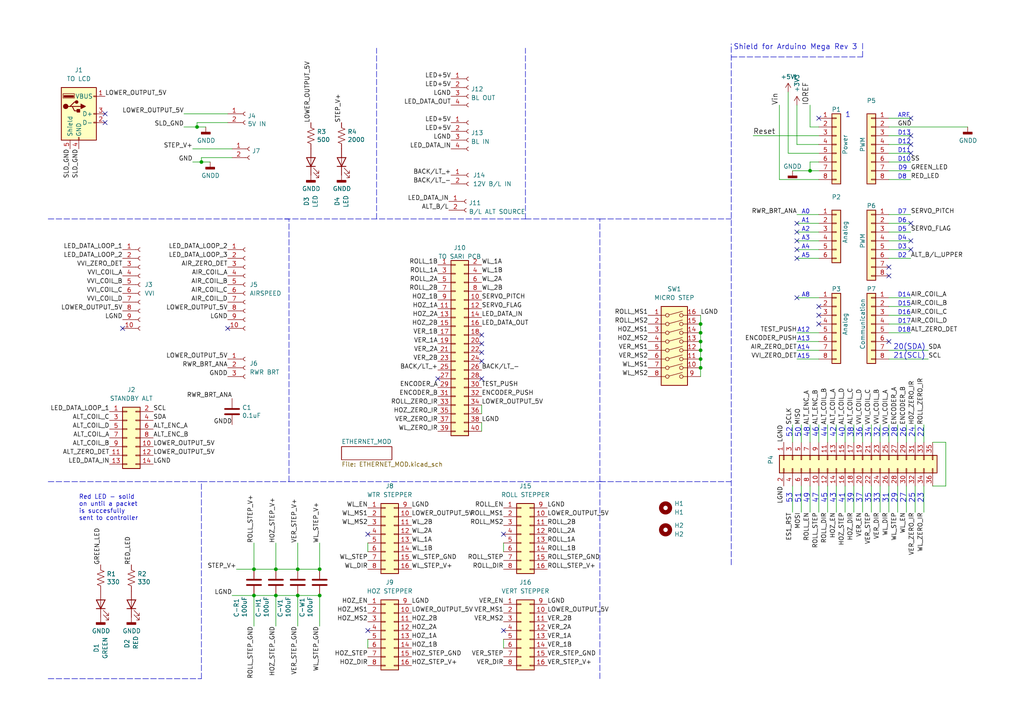
<source format=kicad_sch>
(kicad_sch (version 20211123) (generator eeschema)
  (paper "A4")
  (title_block (date "mar. 31 mars 2015"))
  (junction (at 86.36 165.1))
  (junction (at 73.66 165.1))
  (junction (at 73.66 172.72))
  (junction (at 58.42 46.99))
  (junction (at 203.2 106.68))
  (junction (at 86.36 172.72))
  (junction (at 234.95 49.53))
  (junction (at 57.15 36.83))
  (junction (at 80.01 172.72))
  (junction (at 203.2 96.52))
  (junction (at 203.2 104.14))
  (junction (at 203.2 93.98))
  (junction (at 92.71 172.72))
  (junction (at 80.01 165.1))
  (junction (at 203.2 101.6))
  (junction (at 203.2 99.06))
  (junction (at 92.71 165.1))
  (no_connect (at 231.14 69.85))
  (no_connect (at 237.49 93.98))
  (no_connect (at 237.49 91.44))
  (no_connect (at 237.49 88.9))
  (no_connect (at 231.14 86.36))
  (no_connect (at 257.81 99.06))
  (no_connect (at 264.16 64.77))
  (no_connect (at 264.16 69.85))
  (no_connect (at 257.81 77.47))
  (no_connect (at 231.14 74.93))
  (no_connect (at 264.16 41.91))
  (no_connect (at 264.16 34.29))
  (no_connect (at 264.16 72.39))
  (no_connect (at 127 109.855))
  (no_connect (at 139.7 104.775))
  (no_connect (at 231.14 72.39))
  (no_connect (at 257.81 80.01))
  (no_connect (at 264.16 44.45))
  (no_connect (at 264.16 39.37))
  (no_connect (at 231.14 64.77))
  (no_connect (at 139.7 97.155))
  (no_connect (at 66.04 95.25))
  (no_connect (at 106.68 154.94))
  (no_connect (at 139.7 99.695))
  (no_connect (at 106.68 182.88))
  (no_connect (at 146.05 182.88))
  (no_connect (at 35.56 95.25))
  (no_connect (at 237.49 34.29))
  (no_connect (at 146.05 154.94))
  (no_connect (at 139.7 109.855))
  (no_connect (at 139.7 102.235))
  (no_connect (at 30.48 35.56))
  (no_connect (at 30.48 33.02))
  (no_connect (at 231.14 67.31))
  (polyline (pts (xy 152.4 63.5) (xy 152.4 13.97)))
  (wire (pts (xy 237.49 49.53) (xy 234.95 49.53)))
  (wire (pts (xy 218.44 39.37) (xy 237.49 39.37)))
  (wire (pts (xy 229.87 140.97) (xy 229.87 148.59)))
  (wire (pts (xy 228.6 26.67) (xy 228.6 44.45)))
  (wire (pts (xy 257.81 39.37) (xy 264.16 39.37)))
  (wire (pts (xy 240.03 128.27) (xy 240.03 123.19)))
  (wire (pts (xy 203.2 99.06) (xy 203.2 101.6)))
  (polyline (pts (xy 82.55 63.5) (xy 152.4 63.5)))
  (wire (pts (xy 274.32 140.97) (xy 270.51 140.97)))
  (wire (pts (xy 257.81 104.14) (xy 269.24 104.14)))
  (wire (pts (xy 260.35 128.27) (xy 260.35 123.19)))
  (wire (pts (xy 73.66 172.72) (xy 80.01 172.72)))
  (wire (pts (xy 264.16 72.39) (xy 257.81 72.39)))
  (wire (pts (xy 237.49 46.99) (xy 234.95 46.99)))
  (wire (pts (xy 274.32 128.27) (xy 274.32 140.97)))
  (wire (pts (xy 146.05 157.48) (xy 146.05 160.02)))
  (wire (pts (xy 237.49 36.83) (xy 234.95 36.83)))
  (wire (pts (xy 257.81 91.44) (xy 264.16 91.44)))
  (wire (pts (xy 203.2 93.98) (xy 203.2 96.52)))
  (wire (pts (xy 57.15 35.56) (xy 57.15 36.83)))
  (wire (pts (xy 66.04 35.56) (xy 57.15 35.56)))
  (wire (pts (xy 203.2 104.14) (xy 203.2 106.68)))
  (wire (pts (xy 232.41 128.27) (xy 232.41 123.19)))
  (wire (pts (xy 240.03 140.97) (xy 240.03 148.59)))
  (polyline (pts (xy 173.99 63.5) (xy 212.09 63.5)))
  (wire (pts (xy 67.31 172.72) (xy 73.66 172.72)))
  (wire (pts (xy 237.49 96.52) (xy 231.14 96.52)))
  (wire (pts (xy 237.49 72.39) (xy 231.14 72.39)))
  (polyline (pts (xy 13.97 139.7) (xy 58.42 139.7)))
  (wire (pts (xy 73.66 157.48) (xy 73.66 165.1)))
  (wire (pts (xy 247.65 140.97) (xy 247.65 148.59)))
  (wire (pts (xy 265.43 140.97) (xy 265.43 148.59)))
  (wire (pts (xy 226.06 52.07) (xy 226.06 30.48)))
  (wire (pts (xy 58.42 46.99) (xy 60.96 46.99)))
  (wire (pts (xy 257.81 44.45) (xy 264.16 44.45)))
  (wire (pts (xy 234.95 36.83) (xy 234.95 30.48)))
  (wire (pts (xy 237.49 62.23) (xy 231.14 62.23)))
  (wire (pts (xy 203.2 106.68) (xy 203.2 109.22)))
  (wire (pts (xy 264.16 69.85) (xy 257.81 69.85)))
  (wire (pts (xy 231.14 41.91) (xy 237.49 41.91)))
  (wire (pts (xy 257.81 74.93) (xy 264.16 74.93)))
  (wire (pts (xy 68.58 165.1) (xy 73.66 165.1)))
  (wire (pts (xy 237.49 99.06) (xy 231.14 99.06)))
  (wire (pts (xy 86.36 172.72) (xy 92.71 172.72)))
  (wire (pts (xy 139.7 122.555) (xy 139.7 125.095)))
  (wire (pts (xy 232.41 140.97) (xy 232.41 148.59)))
  (wire (pts (xy 92.71 181.61) (xy 92.71 172.72)))
  (wire (pts (xy 234.95 128.27) (xy 234.95 123.19)))
  (wire (pts (xy 106.68 157.48) (xy 106.68 160.02)))
  (wire (pts (xy 245.11 128.27) (xy 245.11 123.19)))
  (polyline (pts (xy 212.09 163.83) (xy 212.09 12.7)))
  (polyline (pts (xy 250.19 16.51) (xy 250.19 12.065)))
  (wire (pts (xy 255.27 140.97) (xy 255.27 148.59)))
  (wire (pts (xy 257.81 128.27) (xy 257.81 123.19)))
  (wire (pts (xy 257.81 86.36) (xy 264.16 86.36)))
  (wire (pts (xy 229.87 128.27) (xy 229.87 123.19)))
  (wire (pts (xy 262.89 128.27) (xy 262.89 123.19)))
  (wire (pts (xy 57.15 36.83) (xy 59.69 36.83)))
  (polyline (pts (xy 152.4 63.5) (xy 173.99 63.5)))
  (polyline (pts (xy 212.09 16.51) (xy 250.19 16.51)))
  (wire (pts (xy 106.68 185.42) (xy 106.68 187.96)))
  (wire (pts (xy 234.95 49.53) (xy 229.87 49.53)))
  (polyline (pts (xy 58.42 196.85) (xy 58.42 139.7)))
  (wire (pts (xy 237.49 128.27) (xy 237.49 123.19)))
  (wire (pts (xy 234.95 140.97) (xy 234.95 148.59)))
  (polyline (pts (xy 173.99 139.7) (xy 173.99 63.5)))
  (wire (pts (xy 237.49 101.6) (xy 231.14 101.6)))
  (wire (pts (xy 257.81 49.53) (xy 264.16 49.53)))
  (wire (pts (xy 55.88 43.18) (xy 67.31 43.18)))
  (polyline (pts (xy 173.99 139.7) (xy 212.09 139.7)))
  (wire (pts (xy 252.73 128.27) (xy 252.73 123.19)))
  (wire (pts (xy 203.2 91.44) (xy 203.2 93.98)))
  (polyline (pts (xy 83.82 139.7) (xy 83.82 63.5)))
  (polyline (pts (xy 13.97 63.5) (xy 83.82 63.5)))
  (wire (pts (xy 237.49 86.36) (xy 231.14 86.36)))
  (wire (pts (xy 245.11 140.97) (xy 245.11 148.59)))
  (wire (pts (xy 267.97 140.97) (xy 267.97 148.59)))
  (wire (pts (xy 257.81 46.99) (xy 264.16 46.99)))
  (wire (pts (xy 237.49 67.31) (xy 231.14 67.31)))
  (wire (pts (xy 92.71 157.48) (xy 92.71 165.1)))
  (polyline (pts (xy 13.97 196.85) (xy 58.42 196.85)))
  (wire (pts (xy 257.81 62.23) (xy 264.16 62.23)))
  (wire (pts (xy 231.14 30.48) (xy 231.14 41.91)))
  (wire (pts (xy 257.81 36.83) (xy 280.67 36.83)))
  (wire (pts (xy 237.49 74.93) (xy 231.14 74.93)))
  (wire (pts (xy 234.95 46.99) (xy 234.95 49.53)))
  (wire (pts (xy 237.49 64.77) (xy 231.14 64.77)))
  (wire (pts (xy 139.7 117.475) (xy 139.7 120.015)))
  (wire (pts (xy 242.57 128.27) (xy 242.57 123.19)))
  (wire (pts (xy 80.01 181.61) (xy 80.01 172.72)))
  (wire (pts (xy 257.81 96.52) (xy 264.16 96.52)))
  (wire (pts (xy 237.49 140.97) (xy 237.49 148.59)))
  (wire (pts (xy 73.66 181.61) (xy 73.66 172.72)))
  (wire (pts (xy 269.24 101.6) (xy 257.81 101.6)))
  (wire (pts (xy 237.49 104.14) (xy 231.14 104.14)))
  (wire (pts (xy 274.32 128.27) (xy 270.51 128.27)))
  (wire (pts (xy 203.2 96.52) (xy 203.2 99.06)))
  (polyline (pts (xy 83.82 139.7) (xy 175.26 139.7)))
  (wire (pts (xy 257.81 34.29) (xy 264.16 34.29)))
  (wire (pts (xy 203.2 101.6) (xy 203.2 104.14)))
  (wire (pts (xy 262.89 140.97) (xy 262.89 148.59)))
  (wire (pts (xy 257.81 52.07) (xy 264.16 52.07)))
  (wire (pts (xy 255.27 128.27) (xy 255.27 123.19)))
  (wire (pts (xy 257.81 88.9) (xy 264.16 88.9)))
  (wire (pts (xy 80.01 157.48) (xy 80.01 165.1)))
  (wire (pts (xy 260.35 140.97) (xy 260.35 148.59)))
  (wire (pts (xy 86.36 157.48) (xy 86.36 165.1)))
  (wire (pts (xy 53.34 33.02) (xy 66.04 33.02)))
  (wire (pts (xy 80.01 165.1) (xy 86.36 165.1)))
  (wire (pts (xy 265.43 128.27) (xy 265.43 123.19)))
  (wire (pts (xy 86.36 181.61) (xy 86.36 172.72)))
  (polyline (pts (xy 109.22 63.5) (xy 109.22 13.97)))
  (wire (pts (xy 247.65 128.27) (xy 247.65 123.19)))
  (polyline (pts (xy 58.42 139.7) (xy 83.82 139.7)))
  (wire (pts (xy 257.81 93.98) (xy 264.16 93.98)))
  (wire (pts (xy 257.81 41.91) (xy 264.16 41.91)))
  (wire (pts (xy 250.19 140.97) (xy 250.19 148.59)))
  (wire (pts (xy 146.05 185.42) (xy 146.05 187.96)))
  (wire (pts (xy 73.66 165.1) (xy 80.01 165.1)))
  (wire (pts (xy 53.34 36.83) (xy 57.15 36.83)))
  (wire (pts (xy 58.42 45.72) (xy 58.42 46.99)))
  (polyline (pts (xy 173.99 196.85) (xy 173.99 139.7)))
  (wire (pts (xy 228.6 44.45) (xy 237.49 44.45)))
  (wire (pts (xy 86.36 165.1) (xy 92.71 165.1)))
  (wire (pts (xy 55.88 46.99) (xy 58.42 46.99)))
  (wire (pts (xy 252.73 140.97) (xy 252.73 148.59)))
  (wire (pts (xy 257.81 140.97) (xy 257.81 148.59)))
  (wire (pts (xy 80.01 172.72) (xy 86.36 172.72)))
  (wire (pts (xy 257.81 64.77) (xy 264.16 64.77)))
  (wire (pts (xy 267.97 128.27) (xy 267.97 123.19)))
  (wire (pts (xy 237.49 69.85) (xy 231.14 69.85)))
  (wire (pts (xy 242.57 140.97) (xy 242.57 148.59)))
  (wire (pts (xy 237.49 52.07) (xy 226.06 52.07)))
  (wire (pts (xy 264.16 67.31) (xy 257.81 67.31)))
  (wire (pts (xy 250.19 128.27) (xy 250.19 123.19)))
  (wire (pts (xy 67.31 45.72) (xy 58.42 45.72)))
  (text "A14" (at 234.95 101.6 180) (effects (font (size 1.27 1.27)) (justify right bottom)))
  (text "24" (at 265.43 127 90) (effects (font (size 1.524 1.524)) (justify left bottom)))
  (text "ARF" (at 260.35 34.29 0) (effects (font (size 1.27 1.27)) (justify left bottom)))
  (text "50" (at 232.41 127 90) (effects (font (size 1.524 1.524)) (justify left bottom)))
  (text "D7" (at 260.35 62.23 0) (effects (font (size 1.27 1.27)) (justify left bottom)))
  (text "A5" (at 234.95 74.93 180) (effects (font (size 1.27 1.27)) (justify right bottom)))
  (text "D2" (at 260.35 74.93 0) (effects (font (size 1.27 1.27)) (justify left bottom)))
  (text "33" (at 255.27 146.05 90) (effects (font (size 1.524 1.524)) (justify left bottom)))
  (text "D3" (at 260.35 72.39 0) (effects (font (size 1.27 1.27)) (justify left bottom)))
  (text "Shield for Arduino Mega Rev 3" (at 212.725 14.605 0) (effects (font (size 1.524 1.524)) (justify left bottom)))
  (text "D10" (at 260.35 46.99 0) (effects (font (size 1.27 1.27)) (justify left bottom)))
  (text "D6" (at 260.35 64.77 0) (effects (font (size 1.27 1.27)) (justify left bottom)))
  (text "34" (at 252.73 127 90) (effects (font (size 1.524 1.524)) (justify left bottom)))
  (text "A8" (at 234.95 86.36 180) (effects (font (size 1.27 1.27)) (justify right bottom)))
  (text "44" (at 240.03 126.9443 90) (effects (font (size 1.524 1.524)) (justify left bottom)))
  (text "38" (at 247.65 127 90) (effects (font (size 1.524 1.524)) (justify left bottom)))
  (text "39" (at 247.65 146.05 90) (effects (font (size 1.524 1.524)) (justify left bottom)))
  (text "A4" (at 234.95 72.39 180) (effects (font (size 1.27 1.27)) (justify right bottom)))
  (text "23" (at 267.97 146.05 90) (effects (font (size 1.524 1.524)) (justify left bottom)))
  (text "D13" (at 260.35 39.37 0) (effects (font (size 1.27 1.27)) (justify left bottom)))
  (text "45" (at 240.03 146.05 90) (effects (font (size 1.524 1.524)) (justify left bottom)))
  (text "27" (at 262.89 146.05 90) (effects (font (size 1.524 1.524)) (justify left bottom)))
  (text "D9" (at 260.4525 49.53 0) (effects (font (size 1.27 1.27)) (justify left bottom)))
  (text "37" (at 250.19 146.05 90) (effects (font (size 1.524 1.524)) (justify left bottom)))
  (text "Red LED - solid\non until a packet\nis succesfully \nsent to controller" (at 22.86 151.13 0) (effects (font (size 1.27 1.27)) (justify left bottom)))
  (text "43" (at 242.57 146.05 90) (effects (font (size 1.524 1.524)) (justify left bottom)))
  (text "A13" (at 234.95 99.06 180) (effects (font (size 1.27 1.27)) (justify right bottom)))
  (text "26" (at 262.89 127 90) (effects (font (size 1.524 1.524)) (justify left bottom)))
  (text "32" (at 255.27 127 90) (effects (font (size 1.524 1.524)) (justify left bottom)))
  (text "A12" (at 234.95 96.52 180) (effects (font (size 1.27 1.27)) (justify right bottom)))
  (text "22" (at 267.97 127 90) (effects (font (size 1.524 1.524)) (justify left bottom)))
  (text "48" (at 234.95 126.9443 90) (effects (font (size 1.524 1.524)) (justify left bottom)))
  (text "D14" (at 260.35 86.36 0) (effects (font (size 1.27 1.27)) (justify left bottom)))
  (text "A15" (at 234.95 104.14 180) (effects (font (size 1.27 1.27)) (justify right bottom)))
  (text "31" (at 257.81 146.05 90) (effects (font (size 1.524 1.524)) (justify left bottom)))
  (text "30" (at 257.81 127 90) (effects (font (size 1.524 1.524)) (justify left bottom)))
  (text "46" (at 237.49 126.9443 90) (effects (font (size 1.524 1.524)) (justify left bottom)))
  (text "42" (at 242.57 126.9443 90) (effects (font (size 1.524 1.524)) (justify left bottom)))
  (text "D15" (at 260.35 88.9 0) (effects (font (size 1.27 1.27)) (justify left bottom)))
  (text "53" (at 229.87 146.05 90) (effects (font (size 1.524 1.524)) (justify left bottom)))
  (text "29" (at 260.35 146.05 90) (effects (font (size 1.524 1.524)) (justify left bottom)))
  (text "1" (at 245.11 34.29 0) (effects (font (size 1.524 1.524)) (justify left bottom)))
  (text "A0" (at 234.95 62.23 180) (effects (font (size 1.27 1.27)) (justify right bottom)))
  (text "D12" (at 260.35 41.91 0) (effects (font (size 1.27 1.27)) (justify left bottom)))
  (text "D17" (at 260.35 93.98 0) (effects (font (size 1.27 1.27)) (justify left bottom)))
  (text "D11" (at 260.35 44.45 0) (effects (font (size 1.27 1.27)) (justify left bottom)))
  (text "A1" (at 234.95 64.77 180) (effects (font (size 1.27 1.27)) (justify right bottom)))
  (text "20(SDA)" (at 259.08 101.6 0) (effects (font (size 1.524 1.524)) (justify left bottom)))
  (text "41" (at 245.11 146.05 90) (effects (font (size 1.524 1.524)) (justify left bottom)))
  (text "21(SCL)" (at 259.08 104.14 0) (effects (font (size 1.524 1.524)) (justify left bottom)))
  (text "49" (at 234.95 146.05 90) (effects (font (size 1.524 1.524)) (justify left bottom)))
  (text "40" (at 245.11 127 90) (effects (font (size 1.524 1.524)) (justify left bottom)))
  (text "D16" (at 260.35 91.44 0) (effects (font (size 1.27 1.27)) (justify left bottom)))
  (text "A3" (at 234.95 69.85 180) (effects (font (size 1.27 1.27)) (justify right bottom)))
  (text "D8" (at 260.35 52.07 0) (effects (font (size 1.27 1.27)) (justify left bottom)))
  (text "25" (at 265.43 146.05 90) (effects (font (size 1.524 1.524)) (justify left bottom)))
  (text "47" (at 237.49 146.05 90) (effects (font (size 1.524 1.524)) (justify left bottom)))
  (text "51" (at 232.41 146.05 90) (effects (font (size 1.524 1.524)) (justify left bottom)))
  (text "35" (at 252.73 146.05 90) (effects (font (size 1.524 1.524)) (justify left bottom)))
  (text "52" (at 229.87 127 90) (effects (font (size 1.524 1.524)) (justify left bottom)))
  (text "28" (at 260.35 127 90) (effects (font (size 1.524 1.524)) (justify left bottom)))
  (text "A2" (at 234.95 67.31 180) (effects (font (size 1.27 1.27)) (justify right bottom)))
  (text "36" (at 250.19 127 90) (effects (font (size 1.524 1.524)) (justify left bottom)))
  (text "D18" (at 260.35 96.52 0) (effects (font (size 1.27 1.27)) (justify left bottom)))
  (text "D4" (at 260.35 69.85 0) (effects (font (size 1.27 1.27)) (justify left bottom)))
  (text "D5" (at 260.35 67.31 0) (effects (font (size 1.27 1.27)) (justify left bottom)))
  (label "WL_2B" (at 119.38 152.4 0))
  (label "WL_DIR" (at 257.81 148.59 270))
  (label "ALT_COIL_C" (at 31.75 121.92 180))
  (label "ROLL_1A" (at 158.75 157.48 0))
  (label "WL_ZERO_IR" (at 267.97 148.59 270))
  (label "VVI_COIL_B" (at 255.27 123.19 90))
  (label "ALT_COIL_B" (at 240.03 123.19 90))
  (label "ENCODER_B" (at 127 114.935 180))
  (label "ROLL_2B" (at 127 84.455 180))
  (label "ROLL_2B" (at 158.75 152.4 0))
  (label "ROLL_MS2" (at 187.96 93.98 180))
  (label "WL_MS1" (at 106.68 149.86 180))
  (label "WL_EN" (at 262.89 148.59 270))
  (label "TEST_PUSH" (at 139.7 112.395 0))
  (label "LED_DATA_LOOP_3" (at 66.04 74.93 180))
  (label "AIR_COIL_D" (at 66.04 87.63 180))
  (label "GND" (at 55.88 46.99 180))
  (label "ENCODER_A" (at 127 112.395 180))
  (label "SERVO_FLAG" (at 139.7 89.535 0))
  (label "MOSI" (at 232.41 148.59 270))
  (label "HOZ_ZERO_IR" (at 265.43 123.19 90))
  (label "LOWER_OUTPUT_5V" (at 66.04 104.14 180))
  (label "ROLL_2A" (at 127 81.915 180))
  (label "ENCODER_B" (at 262.89 123.19 90))
  (label "VVI_COIL_D" (at 250.19 123.19 90))
  (label "LGND" (at 130.81 27.94 180))
  (label "WL_STEP" (at 260.35 148.59 270))
  (label "BACK{slash}LT_-" (at 130.81 53.34 180))
  (label "VER_1B" (at 127 97.155 180))
  (label "SS" (at 264.16 46.99 0))
  (label "HOZ_STEP" (at 245.11 148.59 270))
  (label "LED+5V" (at 130.81 38.1 180))
  (label "ROLL_EN" (at 234.95 148.59 270))
  (label "ROLL_EN" (at 146.05 147.32 180))
  (label "ROLL_STEP_GND" (at 158.75 162.56 0))
  (label "LGND" (at 227.33 140.97 270))
  (label "LGND" (at 67.31 172.72 180))
  (label "GNDD" (at 67.31 123.19 180))
  (label "SERVO_FLAG" (at 264.16 67.31 0))
  (label "HOZ_2A" (at 127 92.075 180))
  (label "Vin" (at 226.06 30.48 90) (effects (font (size 1.524 1.524))))
  (label "HOZ_2B" (at 127 94.615 180))
  (label "LOWER_OUTPUT_5V" (at 53.34 33.02 180))
  (label "VER_MS1" (at 187.96 101.6 180))
  (label "MISO" (at 232.41 123.19 90))
  (label "HOZ_STEP_V+" (at 119.38 193.04 0))
  (label "IOREF" (at 234.95 30.48 90) (effects (font (size 1.524 1.524))))
  (label "LOWER_OUTPUT_5V" (at 158.75 149.86 0))
  (label "WL_MS1" (at 187.96 106.68 180))
  (label "WL_2B" (at 139.7 84.455 0))
  (label "LGND" (at 130.81 40.64 180))
  (label "LGND" (at 119.38 147.32 0))
  (label "ROLL_MS1" (at 187.96 91.44 180))
  (label "WL_2A" (at 139.7 81.915 0))
  (label "LED+5V" (at 130.81 35.56 180))
  (label "VER_2B" (at 127 104.775 180))
  (label "HOZ_STEP_GND" (at 80.01 181.61 270))
  (label "AIR_COIL_D" (at 264.16 93.98 0))
  (label "WL_MS2" (at 106.68 152.4 180))
  (label "ROLL_STEP_V+" (at 73.66 157.48 90))
  (label "HOZ_ZERO_IR" (at 127 120.015 180))
  (label "WL_STEP_GND" (at 119.38 162.56 0))
  (label "RED_LED" (at 264.16 52.07 0))
  (label "WL_1A" (at 119.38 157.48 0))
  (label "ROLL_MS2" (at 146.05 152.4 180))
  (label "AIR_COIL_B" (at 66.04 82.55 180))
  (label "Reset" (at 218.44 39.37 0) (effects (font (size 1.524 1.524))))
  (label "HOZ_DIR" (at 247.65 148.59 270))
  (label "HOZ_1A" (at 127 89.535 180))
  (label "WL_1A" (at 139.7 76.835 0))
  (label "HOZ_STEP" (at 106.68 190.5 180))
  (label "ALT_ENC_B" (at 237.49 123.19 90))
  (label "SLD_GND" (at 22.86 43.18 270))
  (label "LED_DATA_LOOP_2" (at 66.04 72.39 180))
  (label "SERVO_PITCH" (at 139.7 86.995 0))
  (label "LGND" (at 119.38 175.26 0))
  (label "ALT_ENC_B" (at 44.45 127 0))
  (label "ROLL_STEP" (at 237.49 148.59 270))
  (label "LGND" (at 35.56 92.71 180))
  (label "GREEN_LED" (at 264.16 49.53 0))
  (label "LOWER_OUTPUT_5V" (at 119.38 149.86 0))
  (label "LED_DATA_OUT" (at 130.81 30.48 180))
  (label "ALT_B{slash}L" (at 130.175 60.96 180))
  (label "VER_1A" (at 158.75 185.42 0))
  (label "HOZ_STEP_V+" (at 80.01 157.48 90))
  (label "VER_ZERO_IR" (at 265.43 148.59 270))
  (label "AIR_COIL_C" (at 66.04 85.09 180))
  (label "SLD_GND" (at 20.32 43.18 270))
  (label "BACK{slash}LT_+" (at 130.81 50.8 180))
  (label "VVI_COIL_C" (at 35.56 85.09 180))
  (label "HOZ_DIR" (at 106.68 193.04 180))
  (label "LED_DATA_IN" (at 139.7 92.075 0))
  (label "LGND" (at 227.33 128.27 90))
  (label "LOWER_OUTPUT_5V" (at 44.45 129.54 0))
  (label "ROLL_1B" (at 158.75 160.02 0))
  (label "VER_STEP_GND" (at 86.36 181.61 270))
  (label "ENCODER_A" (at 260.35 123.19 90))
  (label "VVI_ZERO_DET" (at 35.56 77.47 180))
  (label "LGND" (at 44.45 134.62 0))
  (label "VER_2A" (at 127 102.235 180))
  (label "LED_DATA_IN" (at 130.175 58.42 180))
  (label "LOWER_OUTPUT_5V" (at 35.56 90.17 180))
  (label "SCL" (at 269.24 104.14 0))
  (label "AIR_COIL_C" (at 264.16 91.44 0))
  (label "LOWER_OUTPUT_5V" (at 66.04 90.17 180))
  (label "RWR_BRT_ANA" (at 67.31 115.57 180))
  (label "WL_MS2" (at 187.96 109.22 180))
  (label "SERVO_PITCH" (at 264.16 62.23 0))
  (label "LOWER_OUTPUT_5V" (at 119.38 177.8 0))
  (label "ENCODER_PUSH" (at 139.7 114.935 0))
  (label "ALT_ZERO_DET" (at 264.16 96.52 0))
  (label "LED_DATA_IN" (at 31.75 134.62 180))
  (label "STEP_V+" (at 68.58 165.1 180))
  (label "ROLL_STEP" (at 146.05 162.56 180))
  (label "VVI_COIL_D" (at 35.56 87.63 180))
  (label "ALT_ZERO_DET" (at 31.75 132.08 180))
  (label "RWR_BRT_ANA" (at 231.14 62.23 180))
  (label "ES1_RST" (at 229.87 148.59 270))
  (label "SDA" (at 269.24 101.6 0))
  (label "ALT_COIL_B" (at 31.75 129.54 180))
  (label "ALT_ENC_A" (at 44.45 124.46 0))
  (label "VVI_ZERO_DET" (at 231.14 104.14 180))
  (label "SDA" (at 44.45 121.92 0))
  (label "ROLL_DIR" (at 240.03 148.59 270))
  (label "HOZ_1B" (at 119.38 187.96 0))
  (label "WL_1B" (at 119.38 160.02 0))
  (label "VER_EN" (at 250.19 148.59 270))
  (label "STEP_V+" (at 99.06 35.56 90))
  (label "WL_STEP_V+" (at 92.71 157.48 90))
  (label "ROLL_2A" (at 158.75 154.94 0))
  (label "SLD_GND" (at 53.34 36.83 180))
  (label "VER_2A" (at 158.75 182.88 0))
  (label "HOZ_MS1" (at 187.96 96.52 180))
  (label "HOZ_MS2" (at 187.96 99.06 180))
  (label "WL_EN" (at 106.68 147.32 180))
  (label "VER_2B" (at 158.75 180.34 0))
  (label "VER_STEP" (at 146.05 190.5 180))
  (label "HOZ_2B" (at 119.38 180.34 0))
  (label "VER_STEP_V+" (at 158.75 193.04 0))
  (label "HOZ_MS1" (at 106.68 177.8 180))
  (label "ROLL_STEP_V+" (at 158.75 165.1 0))
  (label "VER_MS2" (at 146.05 180.34 180))
  (label "ALT_COIL_A" (at 31.75 127 180))
  (label "ENCODER_PUSH" (at 231.14 99.06 180))
  (label "LED_DATA_IN" (at 130.81 43.18 180))
  (label "ROLL_MS1" (at 146.05 149.86 180))
  (label "ROLL_ZERO_IR" (at 267.97 123.19 90))
  (label "LGND" (at 203.2 91.44 0))
  (label "ALT_COIL_D" (at 245.11 123.19 90))
  (label "ROLL_DIR" (at 146.05 165.1 180))
  (label "WL_STEP" (at 106.68 162.56 180))
  (label "WL_STEP_V+" (at 119.38 165.1 0))
  (label "LGND" (at 158.75 175.26 0))
  (label "ROLL_STEP_GND" (at 73.66 181.61 270))
  (label "AIR_COIL_B" (at 264.16 88.9 0))
  (label "VER_MS2" (at 187.96 104.14 180))
  (label "AIR_COIL_A" (at 264.16 86.36 0))
  (label "VER_1A" (at 127 99.695 180))
  (label "LOWER_OUTPUT_5V" (at 90.17 35.56 90))
  (label "ALT_COIL_A" (at 242.57 123.19 90))
  (label "LED_DATA_LOOP_1" (at 31.75 119.38 180))
  (label "WL_1B" (at 139.7 79.375 0))
  (label "ROLL_1B" (at 127 76.835 180))
  (label "ALT_ENC_A" (at 234.95 123.19 90))
  (label "VER_STEP_GND" (at 158.75 190.5 0))
  (label "STEP_V+" (at 55.88 43.18 180))
  (label "ALT_B{slash}L_UPPER" (at 264.16 74.93 0))
  (label "ALT_COIL_D" (at 31.75 124.46 180))
  (label "HOZ_2A" (at 119.38 182.88 0))
  (label "AIR_COIL_A" (at 66.04 80.01 180))
  (label "LOWER_OUTPUT_5V" (at 139.7 117.475 0))
  (label "VER_ZERO_IR" (at 127 122.555 180))
  (label "WL_DIR" (at 106.68 165.1 180))
  (label "LGND" (at 158.75 147.32 0))
  (label "SCLK" (at 229.87 123.19 90))
  (label "HOZ_1B" (at 127 86.995 180))
  (label "LED_DATA_OUT" (at 139.7 94.615 0))
  (label "AIR_ZERO_DET" (at 66.04 77.47 180))
  (label "GND" (at 260.35 36.83 0))
  (label "GREEN_LED" (at 29.21 163.83 90))
  (label "LED+5V" (at 130.81 22.86 180))
  (label "LED_DATA_LOOP_1" (at 35.56 72.39 180))
  (label "LED_DATA_LOOP_2" (at 35.56 74.93 180))
  (label "AIR_ZERO_DET" (at 231.14 101.6 180))
  (label "VVI_COIL_A" (at 257.81 123.19 90))
  (label "TEST_PUSH" (at 231.14 96.52 180))
  (label "VER_MS1" (at 146.05 177.8 180))
  (label "VER_DIR" (at 146.05 193.04 180))
  (label "BACK{slash}LT_-" (at 139.7 107.315 0))
  (label "HOZ_1A" (at 119.38 185.42 0))
  (label "WL_STEP_GND" (at 92.71 181.61 270))
  (label "HOZ_MS2" (at 106.68 180.34 180))
  (label "VER_EN" (at 146.05 175.26 180))
  (label "LOWER_OUTPUT_5V" (at 158.75 177.8 0))
  (label "VVI_COIL_C" (at 252.73 123.19 90))
  (label "VVI_COIL_A" (at 35.56 80.01 180))
  (label "LED+5V" (at 130.81 25.4 180))
  (label "WL_2A" (at 119.38 154.94 0))
  (label "LOWER_OUTPUT_5V" (at 44.45 132.08 0))
  (label "HOZ_STEP_GND" (at 119.38 190.5 0))
  (label "ROLL_1A" (at 127 79.375 180))
  (label "VVI_COIL_B" (at 35.56 82.55 180))
  (label "SCL" (at 44.45 119.38 0))
  (label "VER_STEP" (at 252.73 148.59 270))
  (label "LGND" (at 139.7 122.555 0))
  (label "WL_ZERO_IR" (at 127 125.095 180))
  (label "VER_DIR" (at 255.27 148.59 270))
  (label "ROLL_ZERO_IR" (at 127 117.475 180))
  (label "GNDD" (at 66.04 109.22 180))
  (label "HOZ_EN" (at 106.68 175.26 180))
  (label "VER_STEP_V+" (at 86.36 157.48 90))
  (label "ALT_COIL_C" (at 247.65 123.19 90))
  (label "RWR_BRT_ANA" (at 66.04 106.68 180))
  (label "VER_1B" (at 158.75 187.96 0))
  (label "RED_LED" (at 38.1 163.83 90))
  (label "LGND" (at 66.04 92.71 180))
  (label "HOZ_EN" (at 242.57 148.59 270))
  (label "LOWER_OUTPUT_5V" (at 30.48 27.94 0))
  (label "BACK{slash}LT_+" (at 127 107.315 180))
  (symbol (lib_id "Connector_Generic:Conn_01x08") (at 242.57 41.91 0) (unit 1)
    (property "Reference" "P1" (at 242.57 31.75 0))
    (property "Value" "Power" (at 245.11 41.91 90))
    (property "Footprint" "Socket_Arduino_Mega:Socket_Strip_Arduino_1x08" (effects hide))
  )
  (symbol (lib_id "power:+3V3") (at 231.14 30.48 0) (unit 1)
    (property "Reference" "#PWR09" (effects hide))
    (property "Value" "+3.3V" (at 231.14 24.13 90))
  )
  (symbol (lib_id "Connector_Generic:Conn_01x08") (at 252.73 41.91 0) (mirror y) (unit 1)
    (property "Reference" "P5" (at 252.73 29.21 0))
    (property "Value" "PWM" (at 250.19 41.91 90))
    (property "Footprint" "Socket_Arduino_Mega:Socket_Strip_Arduino_1x08" (effects hide))
  )
  (symbol (lib_id "Connector_Generic:Conn_01x06") (at 242.57 67.31 0) (unit 1)
    (property "Reference" "P2" (at 242.57 57.15 0))
    (property "Value" "Analog" (at 245.11 67.31 90))
    (property "Footprint" "Connector_PinHeader_2.54mm:PinHeader_1x06_P2.54mm_Vertical" (effects hide))
  )
  (symbol (lib_id "Connector_Generic:Conn_01x08") (at 252.73 69.85 0) (mirror y) (unit 1)
    (property "Reference" "P6" (at 252.73 59.69 0))
    (property "Value" "PWM" (at 250.19 69.85 90))
    (property "Footprint" "Socket_Arduino_Mega:Socket_Strip_Arduino_1x08" (effects hide))
  )
  (symbol (lib_id "Connector_Generic:Conn_01x08") (at 242.57 93.98 0) (unit 1)
    (property "Reference" "P3" (at 242.57 83.82 0))
    (property "Value" "Analog" (at 245.11 93.98 90))
    (property "Footprint" "Socket_Arduino_Mega:Socket_Strip_Arduino_1x08" (effects hide))
  )
  (symbol (lib_id "Connector_Generic:Conn_01x08") (at 252.73 93.98 0) (mirror y) (unit 1)
    (property "Reference" "P7" (at 252.73 83.82 0))
    (property "Value" "Communication" (at 250.19 93.98 90))
    (property "Footprint" "Socket_Arduino_Mega:Socket_Strip_Arduino_1x08" (effects hide))
  )
  (symbol (lib_id "Connector_Generic:Conn_02x18_Odd_Even") (at 247.65 133.35 90) (mirror x) (unit 1)
    (property "Reference" "P4" (at 223.52 133.35 0))
    (property "Value" "Digital" (effects hide))
    (property "Footprint" "Socket_Arduino_Mega:Socket_Strip_Arduino_2x18" (effects hide))
  )
  (symbol (lib_id "power:+5VL") (at 228.6 26.67 0) (unit 1)
    (property "Reference" "#PWR07" (effects hide))
    (property "Value" "+5VL" (at 228.981 22.2758 0))
  )
  (symbol (lib_id "power:GNDD") (at 229.87 49.53 0) (unit 1)
    (property "Reference" "#PWR08" (effects hide))
    (property "Value" "GNDD" (at 229.87 48.26 0))
  )
  (symbol (lib_id "power:GNDD") (at 280.67 36.83 0) (unit 1)
    (property "Reference" "#PWR010" (effects hide))
    (property "Value" "GNDD" (at 280.7716 40.767 0))
  )
  (symbol (lib_id "Connector_Generic:Conn_02x08_Top_Bottom") (at 151.13 182.88 0) (unit 1)
    (property "Reference" "J16" (at 152.4 168.91 0))
    (property "Value" "VERT STEPPER" (at 152.4 171.45 0))
    (property "Footprint" "Module:Pololu_Breakout-16_15.2x20.3mm" (effects hide))
  )
  (symbol (lib_id "Device:LED") (at 99.06 46.99 90) (unit 1)
    (property "Reference" "D4" (at 97.79 58.42 0))
    (property "Value" "LED" (at 100.33 58.42 0))
    (property "Footprint" "LED_THT:LED_D3.0mm" (effects hide))
  )
  (symbol (lib_id "Device:C") (at 73.66 168.91 0) (unit 1)
    (property "Reference" "C-R1" (at 68.58 179.07 90) (effects (justify left)))
    (property "Value" "100uF" (at 70.8914 179.07 90) (effects (justify left)))
    (property "Footprint" "Capacitor_THT:C_Radial_D8.0mm_H7.0mm_P3.50mm" (effects hide))
  )
  (symbol (lib_id "Device:LED") (at 29.21 175.26 90) (unit 1)
    (property "Reference" "D1" (at 27.94 187.96 0))
    (property "Value" "GREEN" (at 30.48 187.96 0))
    (property "Footprint" "LED_THT:LED_D3.0mm" (effects hide))
  )
  (symbol (lib_id "Connector:Conn_01x04_Female") (at 135.89 38.1 0) (unit 1)
    (property "Reference" "J13" (at 136.6012 38.5353 0) (effects (justify left)))
    (property "Value" "BL IN" (at 136.6012 41.0722 0) (effects (justify left)))
    (property "Footprint" "Connector_Molex:Molex_Mini-Fit_Jr_5566-04A_2x02_P4.20mm_Vertical" (effects hide))
  )
  (symbol (lib_id "Connector_Generic:Conn_02x20_Odd_Even") (at 132.08 99.695 0) (unit 1)
    (property "Reference" "J10" (at 133.35 71.8652 0))
    (property "Value" "TO SARI PCB" (at 133.35 74.4021 0))
    (property "Footprint" "Connector_IDC:IDC-Header_2x20_P2.54mm_Vertical" (effects hide))
  )
  (symbol (lib_id "Connector:Conn_01x10_Female") (at 71.12 82.55 0) (unit 1)
    (property "Reference" "J5" (at 72.39 82.5499 0) (effects (justify left)))
    (property "Value" "AIRSPEED" (at 72.39 85.0899 0) (effects (justify left)))
    (property "Footprint" "Connector_JST:JST_XH_B10B-XH-A_1x10_P2.50mm_Vertical" (effects hide))
  )
  (symbol (lib_id "Connector:USB_A") (at 22.86 33.02 0) (unit 1)
    (property "Reference" "J1" (at 22.86 20.32 0))
    (property "Value" "TO LCD" (at 22.86 22.86 0))
    (property "Footprint" "Connector_USB:USB_A_Molex_67643_Horizontal" (effects hide))
    (property "Datasheet" " ~" (effects hide))
  )
  (symbol (lib_id "Device:LED") (at 38.1 175.26 90) (unit 1)
    (property "Reference" "D2" (at 36.83 186.69 0))
    (property "Value" "RED" (at 39.37 186.3725 0))
    (property "Footprint" "LED_THT:LED_D3.0mm" (effects hide))
  )
  (symbol (lib_id "power:GNDD") (at 29.21 179.07 0) (unit 1)
    (property "Reference" "#PWR01" (effects hide))
    (property "Value" "GNDD" (at 29.3116 183.007 0))
  )
  (symbol (lib_id "Connector:Conn_01x02_Female") (at 135.89 50.8 0) (unit 1)
    (property "Reference" "J14" (at 137.16 50.7999 0) (effects (justify left)))
    (property "Value" "12V B/L IN" (at 137.16 53.3399 0) (effects (justify left)))
    (property "Footprint" "Connector_JST:JST_EH_B2B-EH-A_1x02_P2.50mm_Vertical" (effects hide))
  )
  (symbol (lib_id "power:GNDD") (at 38.1 179.07 0) (unit 1)
    (property "Reference" "#PWR02" (effects hide))
    (property "Value" "GNDD" (at 38.2016 183.007 0))
  )
  (symbol (lib_id "Connector:Conn_01x02_Female") (at 135.255 58.42 0) (unit 1)
    (property "Reference" "J11" (at 135.9662 58.8553 0) (effects (justify left)))
    (property "Value" "B/L ALT SOURCE" (at 135.9662 61.3922 0) (effects (justify left)))
    (property "Footprint" "Connector_PinHeader_2.54mm:PinHeader_1x02_P2.54mm_Vertical" (effects hide))
  )
  (symbol (lib_id "Mechanical:MountingHole") (at 193.04 147.32 0) (unit 1)
    (property "Reference" "H1" (at 195.58 146.0499 0) (effects (justify left)))
    (property "Value" "H1" (at 195.58 148.5899 0) (effects (justify left)))
    (property "Footprint" "MountingHole:MountingHole_2.5mm" (effects hide))
  )
  (symbol (lib_id "Device:C") (at 86.36 168.91 0) (unit 1)
    (property "Reference" "C-V1" (at 81.28 179.07 90) (effects (justify left)))
    (property "Value" "100uF" (at 83.5914 179.07 90) (effects (justify left)))
    (property "Footprint" "Capacitor_THT:C_Radial_D8.0mm_H7.0mm_P3.50mm" (effects hide))
  )
  (symbol (lib_id "Connector:Conn_01x03_Female") (at 71.12 106.68 0) (unit 1)
    (property "Reference" "J6" (at 72.39 105.4099 0) (effects (justify left)))
    (property "Value" "RWR BRT" (at 72.39 107.9499 0) (effects (justify left)))
    (property "Footprint" "Connector_JST:JST_XH_B3B-XH-A_1x03_P2.50mm_Vertical" (effects hide))
  )
  (symbol (lib_id "Device:C") (at 67.31 119.38 0) (unit 1)
    (property "Reference" "C1" (at 70.231 118.2116 0) (effects (justify left)))
    (property "Value" "0.1uF" (at 70.231 120.523 0) (effects (justify left)))
    (property "Footprint" "Capacitor_THT:C_Disc_D6.0mm_W2.5mm_P5.00mm" (effects hide))
  )
  (symbol (lib_id "Connector:Conn_01x10_Female") (at 40.64 82.55 0) (unit 1)
    (property "Reference" "J3" (at 41.91 82.5499 0) (effects (justify left)))
    (property "Value" "VVI" (at 41.91 85.0899 0) (effects (justify left)))
    (property "Footprint" "Connector_JST:JST_XH_B10B-XH-A_1x10_P2.50mm_Vertical" (effects hide))
  )
  (symbol (lib_id "Device:C") (at 80.01 168.91 0) (unit 1)
    (property "Reference" "C-H1" (at 74.93 179.07 90) (effects (justify left)))
    (property "Value" "100uF" (at 77.2414 179.07 90) (effects (justify left)))
    (property "Footprint" "Capacitor_THT:C_Radial_D8.0mm_H7.0mm_P3.50mm" (effects hide))
  )
  (symbol (lib_name "Conn_02x08_Top_Bottom_1") (lib_id "Connector_Generic:Conn_02x08_Top_Bottom") (at 151.13 154.94 0) (unit 1)
    (property "Reference" "J15" (at 152.4 140.97 0))
    (property "Value" "ROLL STEPPER" (at 152.4 143.51 0))
    (property "Footprint" "Module:Pololu_Breakout-16_15.2x20.3mm" (effects hide))
  )
  (symbol (lib_id "Device:R_US") (at 38.1 167.64 0) (unit 1)
    (property "Reference" "R2" (at 39.8272 166.4716 0) (effects (justify left)))
    (property "Value" "330" (at 39.8272 168.783 0) (effects (justify left)))
    (property "Footprint" "PT_Library_v001:PT_R_Axial_DIN0204_L3.6mm_D1.6mm_P2.54mm_Vertical" (effects hide))
  )
  (symbol (lib_id "Connector_Generic:Conn_02x08_Top_Bottom") (at 111.76 182.88 0) (unit 1)
    (property "Reference" "J9" (at 113.03 168.91 0))
    (property "Value" "HOZ STEPPER" (at 113.03 171.45 0))
    (property "Footprint" "Module:Pololu_Breakout-16_15.2x20.3mm" (effects hide))
  )
  (symbol (lib_id "Device:R_US") (at 90.17 39.37 0) (unit 1)
    (property "Reference" "R3" (at 91.8972 38.2016 0) (effects (justify left)))
    (property "Value" "500" (at 91.8972 40.513 0) (effects (justify left)))
    (property "Footprint" "Resistor_THT:R_Axial_DIN0204_L3.6mm_D1.6mm_P2.54mm_Vertical" (effects hide))
  )
  (symbol (lib_id "Connector:Conn_01x02_Female") (at 71.12 33.02 0) (unit 1)
    (property "Reference" "J4" (at 71.8312 33.6296 0) (effects (justify left)))
    (property "Value" "5V IN" (at 71.8312 35.941 0) (effects (justify left)))
    (property "Footprint" "Connector_BarrelJack:BarrelJack_Horizontal" (effects hide))
  )
  (symbol (lib_id "power:GNDD") (at 60.96 46.99 0) (unit 1)
    (property "Reference" "#PWR04" (effects hide))
    (property "Value" "GNDD" (at 61.0616 50.927 0))
  )
  (symbol (lib_id "Device:R_US") (at 29.21 167.64 0) (unit 1)
    (property "Reference" "R1" (at 30.9372 166.4716 0) (effects (justify left)))
    (property "Value" "330" (at 30.9372 168.783 0) (effects (justify left)))
    (property "Footprint" "Resistor_THT:R_Axial_DIN0204_L3.6mm_D1.6mm_P2.54mm_Vertical" (effects hide))
  )
  (symbol (lib_id "Connector:Conn_01x02_Female") (at 72.39 43.18 0) (unit 1)
    (property "Reference" "J7" (at 73.1012 43.7896 0) (effects (justify left)))
    (property "Value" "STEPPER IN 12-20VDC" (effects hide))
    (property "Footprint" "Connector_BarrelJack:BarrelJack_Horizontal" (effects hide))
  )
  (symbol (lib_id "Device:LED") (at 90.17 46.99 90) (unit 1)
    (property "Reference" "D3" (at 88.9 58.42 0))
    (property "Value" "LED" (at 91.44 58.42 0))
    (property "Footprint" "LED_THT:LED_D3.0mm" (effects hide))
  )
  (symbol (lib_id "Switch:SW_DIP_x08") (at 195.58 101.6 0) (unit 1)
    (property "Reference" "SW1" (at 195.58 83.82 0))
    (property "Value" "MICRO STEP" (at 195.58 86.36 0))
    (property "Footprint" "Button_Switch_THT:SW_DIP_SPSTx08_Slide_9.78x22.5mm_W7.62mm_P2.54mm" (effects hide))
  )
  (symbol (lib_id "Device:R_US") (at 99.06 39.37 0) (unit 1)
    (property "Reference" "R4" (at 100.7872 38.2016 0) (effects (justify left)))
    (property "Value" "2000" (at 100.7872 40.513 0) (effects (justify left)))
    (property "Footprint" "Resistor_THT:R_Axial_DIN0204_L3.6mm_D1.6mm_P2.54mm_Vertical" (effects hide))
  )
  (symbol (lib_id "Mechanical:MountingHole") (at 193.04 153.67 0) (unit 1)
    (property "Reference" "H2" (at 195.58 152.3999 0) (effects (justify left)))
    (property "Value" "H2" (at 195.58 154.9399 0) (effects (justify left)))
    (property "Footprint" "MountingHole:MountingHole_2.5mm" (effects hide))
  )
  (symbol (lib_id "power:GNDD") (at 90.17 50.8 0) (unit 1)
    (property "Reference" "#PWR05" (effects hide))
    (property "Value" "GNDD" (at 90.2716 54.737 0))
  )
  (symbol (lib_id "Connector_Generic:Conn_02x07_Odd_Even") (at 36.83 127 0) (unit 1)
    (property "Reference" "J2" (at 38.1 113.03 0))
    (property "Value" "STANDBY ALT" (at 38.1 115.57 0))
    (property "Footprint" "Connector_IDC:IDC-Header_2x07_P2.54mm_Vertical" (effects hide))
  )
  (symbol (lib_id "power:GNDD") (at 59.69 36.83 0) (unit 1)
    (property "Reference" "#PWR03" (effects hide))
    (property "Value" "GNDD" (at 59.7916 40.767 0))
  )
  (symbol (lib_id "power:GNDD") (at 99.06 50.8 0) (unit 1)
    (property "Reference" "#PWR06" (effects hide))
    (property "Value" "GNDD" (at 99.1616 54.737 0))
  )
  (symbol (lib_id "Device:C") (at 92.71 168.91 0) (unit 1)
    (property "Reference" "C-W1" (at 87.63 179.07 90) (effects (justify left)))
    (property "Value" "100uF" (at 89.9414 179.07 90) (effects (justify left)))
    (property "Footprint" "Capacitor_THT:C_Radial_D8.0mm_H7.0mm_P3.50mm" (effects hide))
  )
  (symbol (lib_id "Connector:Conn_01x04_Female") (at 135.89 25.4 0) (unit 1)
    (property "Reference" "J12" (at 136.6012 25.8353 0) (effects (justify left)))
    (property "Value" "BL OUT" (at 136.6012 28.3722 0) (effects (justify left)))
    (property "Footprint" "Connector_Molex:Molex_Mini-Fit_Jr_5566-04A_2x02_P4.20mm_Vertical" (effects hide))
  )
  (symbol (lib_id "Connector_Generic:Conn_02x08_Top_Bottom") (at 111.76 154.94 0) (unit 1)
    (property "Reference" "J8" (at 113.03 140.97 0))
    (property "Value" "WTR STEPPER" (at 113.03 143.51 0))
    (property "Footprint" "Module:Pololu_Breakout-16_15.2x20.3mm" (effects hide))
  )
  (sheet (at 99.06 129.54) (size 14.605 3.81) (stroke (width 0.1524))
    (property "Sheet name" "ETHERNET_MOD" (at 99.06 128.8284 0) (effects (justify left bottom)))
    (property "Sheet file" "ETHERNET_MOD.kicad_sch" (at 99.06 133.9346 0) (effects (justify left top)))
  )
)
</source>
